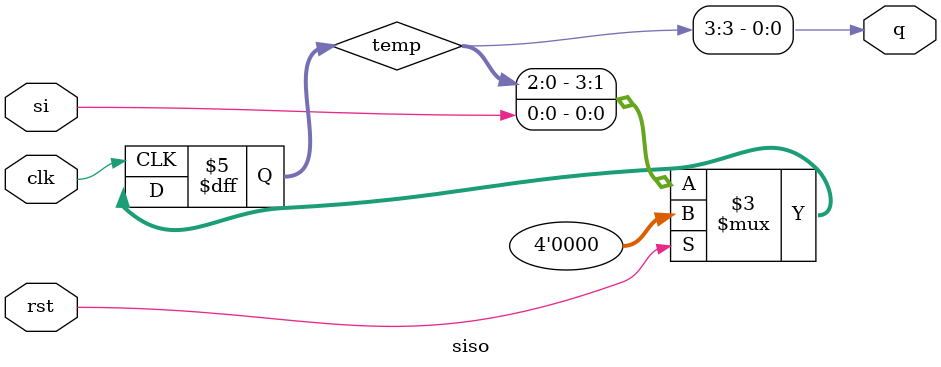
<source format=v>
module siso(si,q,rst,clk);
input si;
input rst;
input clk;
reg[3:0]temp;
output q;
always@(posedge clk)begin
    if(rst)
    temp<=4'b0;
    else
    temp<={temp[2:0],si};
end
assign q=temp[3];
endmodule

</source>
